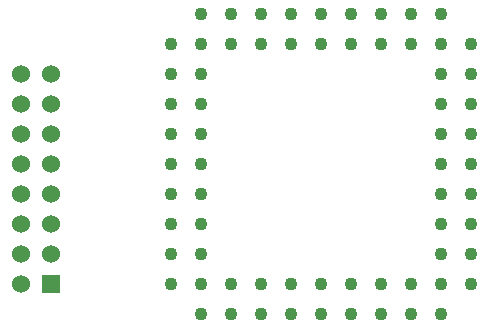
<source format=gbr>
%TF.GenerationSoftware,KiCad,Pcbnew,8.0.2-1*%
%TF.CreationDate,2024-05-11T10:02:21-04:00*%
%TF.ProjectId,Rom 01 IIgs RGBToHDMI,526f6d20-3031-4204-9949-677320524742,rev?*%
%TF.SameCoordinates,Original*%
%TF.FileFunction,Soldermask,Bot*%
%TF.FilePolarity,Negative*%
%FSLAX46Y46*%
G04 Gerber Fmt 4.6, Leading zero omitted, Abs format (unit mm)*
G04 Created by KiCad (PCBNEW 8.0.2-1) date 2024-05-11 10:02:21*
%MOMM*%
%LPD*%
G01*
G04 APERTURE LIST*
%ADD10R,1.524000X1.524000*%
%ADD11C,1.524000*%
%ADD12C,1.100000*%
G04 APERTURE END LIST*
D10*
%TO.C,J1*%
X77470000Y-96520000D03*
D11*
X74930000Y-96520000D03*
X77470000Y-93980000D03*
X74930000Y-93980000D03*
X77470000Y-91440000D03*
X74930000Y-91440000D03*
X77470000Y-88900000D03*
X74930000Y-88900000D03*
X77470000Y-86360000D03*
X74930000Y-86360000D03*
X77470000Y-83820000D03*
X74930000Y-83820000D03*
X77470000Y-81280000D03*
X74930000Y-81280000D03*
X77470000Y-78740000D03*
X74930000Y-78740000D03*
%TD*%
D12*
%TO.C,U2*%
X113030000Y-86360000D03*
X110490000Y-86360000D03*
X113030000Y-83820000D03*
X110490000Y-83820000D03*
X113030000Y-81280000D03*
X110490000Y-81280000D03*
X113030000Y-78740000D03*
X110490000Y-78740000D03*
X113030000Y-76200000D03*
X110490000Y-73660000D03*
X110490000Y-76200000D03*
X107950000Y-73660000D03*
X107950000Y-76200000D03*
X105410000Y-73660000D03*
X105410000Y-76200000D03*
X102870000Y-73660000D03*
X102870000Y-76200000D03*
X100330000Y-73660000D03*
X100330000Y-76200000D03*
X97790000Y-73660000D03*
X97790000Y-76200000D03*
X95250000Y-73660000D03*
X95250000Y-76200000D03*
X92710000Y-73660000D03*
X92710000Y-76200000D03*
X90170000Y-73660000D03*
X87630000Y-76200000D03*
X90170000Y-76200000D03*
X87630000Y-78740000D03*
X90170000Y-78740000D03*
X87630000Y-81280000D03*
X90170000Y-81280000D03*
X87630000Y-83820000D03*
X90170000Y-83820000D03*
X87630000Y-86360000D03*
X90170000Y-86360000D03*
X87630000Y-88900000D03*
X90170000Y-88900000D03*
X87630000Y-91440000D03*
X90170000Y-91440000D03*
X87630000Y-93980000D03*
X90170000Y-93980000D03*
X87630000Y-96520000D03*
X90170000Y-99060000D03*
X90170000Y-96520000D03*
X92710000Y-99060000D03*
X92710000Y-96520000D03*
X95250000Y-99060000D03*
X95250000Y-96520000D03*
X97790000Y-99060000D03*
X97790000Y-96520000D03*
X100330000Y-99060000D03*
X100330000Y-96520000D03*
X102870000Y-99060000D03*
X102870000Y-96520000D03*
X105410000Y-99060000D03*
X105410000Y-96520000D03*
X107950000Y-99060000D03*
X107950000Y-96520000D03*
X110490000Y-99060000D03*
X113030000Y-96520000D03*
X110490000Y-96520000D03*
X113030000Y-93980000D03*
X110490000Y-93980000D03*
X113030000Y-91440000D03*
X110490000Y-91440000D03*
X113030000Y-88900000D03*
X110490000Y-88900000D03*
%TD*%
M02*

</source>
